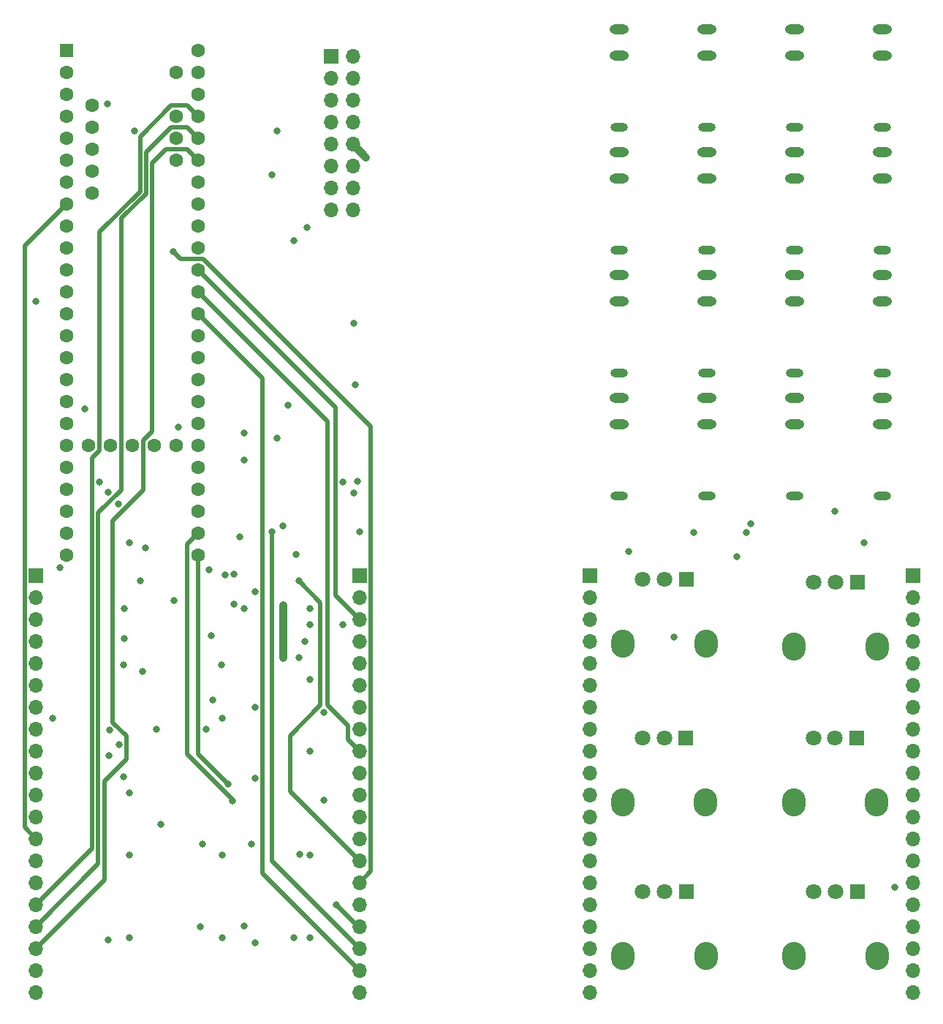
<source format=gbr>
%TF.GenerationSoftware,KiCad,Pcbnew,(5.1.6-0-10_14)*%
%TF.CreationDate,2021-03-26T18:44:24-04:00*%
%TF.ProjectId,lowstepper_hardware,6c6f7773-7465-4707-9065-725f68617264,rev?*%
%TF.SameCoordinates,Original*%
%TF.FileFunction,Copper,L2,Inr*%
%TF.FilePolarity,Positive*%
%FSLAX46Y46*%
G04 Gerber Fmt 4.6, Leading zero omitted, Abs format (unit mm)*
G04 Created by KiCad (PCBNEW (5.1.6-0-10_14)) date 2021-03-26 18:44:24*
%MOMM*%
%LPD*%
G01*
G04 APERTURE LIST*
%TA.AperFunction,ViaPad*%
%ADD10R,1.800000X1.800000*%
%TD*%
%TA.AperFunction,ViaPad*%
%ADD11C,1.800000*%
%TD*%
%TA.AperFunction,ViaPad*%
%ADD12O,2.720000X3.240000*%
%TD*%
%TA.AperFunction,ViaPad*%
%ADD13O,2.216000X1.108000*%
%TD*%
%TA.AperFunction,ViaPad*%
%ADD14O,2.016000X1.008000*%
%TD*%
%TA.AperFunction,ViaPad*%
%ADD15O,1.700000X1.700000*%
%TD*%
%TA.AperFunction,ViaPad*%
%ADD16R,1.700000X1.700000*%
%TD*%
%TA.AperFunction,ViaPad*%
%ADD17C,1.600000*%
%TD*%
%TA.AperFunction,ViaPad*%
%ADD18R,1.600000X1.600000*%
%TD*%
%TA.AperFunction,ViaPad*%
%ADD19C,0.800000*%
%TD*%
%TA.AperFunction,Conductor*%
%ADD20C,0.890000*%
%TD*%
%TA.AperFunction,Conductor*%
%ADD21C,0.500000*%
%TD*%
G04 APERTURE END LIST*
D10*
%TO.N,+3V3*%
%TO.C,RV6*%
X267843000Y-129921000D03*
D11*
%TO.N,POT_CHUNKS_B_TOP*%
X265343000Y-129921000D03*
%TO.N,GND*%
X262843000Y-129921000D03*
D12*
%TO.N,*%
X260543000Y-137421000D03*
X270143000Y-137421000D03*
%TD*%
D10*
%TO.N,+3V3*%
%TO.C,RV3*%
X248031000Y-129921000D03*
D11*
%TO.N,POT_CHUNKS_A_TOP*%
X245531000Y-129921000D03*
%TO.N,GND*%
X243031000Y-129921000D03*
D12*
%TO.N,*%
X240731000Y-137421000D03*
X250331000Y-137421000D03*
%TD*%
D10*
%TO.N,+3V3*%
%TO.C,RV2*%
X248031000Y-93789500D03*
D11*
%TO.N,POT_RATE_A_TOP*%
X245531000Y-93789500D03*
%TO.N,GND*%
X243031000Y-93789500D03*
D12*
%TO.N,*%
X240731000Y-101289500D03*
X250331000Y-101289500D03*
%TD*%
D13*
%TO.N,GND*%
%TO.C,J1*%
X270764000Y-58544000D03*
%TO.N,Net-(J1-Pad2)*%
X270764000Y-61644000D03*
D14*
%TO.N,OUT_A_TOP*%
X270764000Y-69944000D03*
%TD*%
D13*
%TO.N,GND*%
%TO.C,J2*%
X270764000Y-72768000D03*
%TO.N,Net-(J2-Pad2)*%
X270764000Y-75868000D03*
D14*
%TO.N,OUT_B_TOP*%
X270764000Y-84168000D03*
%TD*%
D13*
%TO.N,GND*%
%TO.C,J3*%
X270764000Y-30096000D03*
%TO.N,Net-(J3-Pad2)*%
X270764000Y-33196000D03*
D14*
%TO.N,EOC_A_TOP*%
X270764000Y-41496000D03*
%TD*%
D13*
%TO.N,GND*%
%TO.C,J4*%
X270764000Y-44320000D03*
%TO.N,Net-(J4-Pad2)*%
X270764000Y-47420000D03*
D14*
%TO.N,EOC_B_TOP*%
X270764000Y-55720000D03*
%TD*%
D13*
%TO.N,GND*%
%TO.C,J5*%
X250444000Y-58544000D03*
X250444000Y-61644000D03*
D14*
%TO.N,MORPH_A_TOP*%
X250444000Y-69944000D03*
%TD*%
D13*
%TO.N,GND*%
%TO.C,J6*%
X240284000Y-58544000D03*
X240284000Y-61644000D03*
D14*
%TO.N,RATE_A_TOP*%
X240284000Y-69944000D03*
%TD*%
D13*
%TO.N,GND*%
%TO.C,J7*%
X260604000Y-58544000D03*
X260604000Y-61644000D03*
D14*
%TO.N,CHUNKS_A_TOP*%
X260604000Y-69944000D03*
%TD*%
D13*
%TO.N,GND*%
%TO.C,J9*%
X250444000Y-72768000D03*
X250444000Y-75868000D03*
D14*
%TO.N,MORPH_B_TOP*%
X250444000Y-84168000D03*
%TD*%
D13*
%TO.N,GND*%
%TO.C,J10*%
X240284000Y-72768000D03*
X240284000Y-75868000D03*
D14*
%TO.N,RATE_B_TOP*%
X240284000Y-84168000D03*
%TD*%
D13*
%TO.N,GND*%
%TO.C,J11*%
X260604000Y-72768000D03*
X260604000Y-75868000D03*
D14*
%TO.N,CHUNKS_B_TOP*%
X260604000Y-84168000D03*
%TD*%
D13*
%TO.N,GND*%
%TO.C,J12*%
X250444000Y-30096000D03*
%TO.N,CLK_A_SENSE_TOP*%
X250444000Y-33196000D03*
D14*
%TO.N,CLK_A_TOP*%
X250444000Y-41496000D03*
%TD*%
D13*
%TO.N,GND*%
%TO.C,J13*%
X240284000Y-30096000D03*
%TO.N,TRIG_A_SENSE_TOP*%
X240284000Y-33196000D03*
D14*
%TO.N,TRIG_A_TOP*%
X240284000Y-41496000D03*
%TD*%
D13*
%TO.N,GND*%
%TO.C,J14*%
X260604000Y-30096000D03*
%TO.N,RST_A_SENSE_TOP*%
X260604000Y-33196000D03*
D14*
%TO.N,RST_A_TOP*%
X260604000Y-41496000D03*
%TD*%
D13*
%TO.N,GND*%
%TO.C,J15*%
X250444000Y-44320000D03*
%TO.N,CLK_B_SENSE_TOP*%
X250444000Y-47420000D03*
D14*
%TO.N,CLK_B_TOP*%
X250444000Y-55720000D03*
%TD*%
D13*
%TO.N,GND*%
%TO.C,J16*%
X240284000Y-44320000D03*
%TO.N,TRIG_B_SENSE_TOP*%
X240284000Y-47420000D03*
D14*
%TO.N,TRIG_B_TOP*%
X240284000Y-55720000D03*
%TD*%
D13*
%TO.N,GND*%
%TO.C,J17*%
X260604000Y-44320000D03*
%TO.N,RST_B_SENSE_TOP*%
X260604000Y-47420000D03*
D14*
%TO.N,RST_B_TOP*%
X260604000Y-55720000D03*
%TD*%
D15*
%TO.N,GND*%
%TO.C,J19*%
X236855000Y-141605000D03*
%TO.N,BTN_TOP*%
X236855000Y-139065000D03*
%TO.N,POT_CHUNKS_A_TOP*%
X236855000Y-136525000D03*
%TO.N,POT_MORPH_A_TOP*%
X236855000Y-133985000D03*
%TO.N,POT_RATE_A_TOP*%
X236855000Y-131445000D03*
%TO.N,LED_A_B_TOP*%
X236855000Y-128905000D03*
%TO.N,LED_A_G_TOP*%
X236855000Y-126365000D03*
%TO.N,LED_A_R_TOP*%
X236855000Y-123825000D03*
%TO.N,MORPH_B_TOP*%
X236855000Y-121285000D03*
%TO.N,MORPH_A_TOP*%
X236855000Y-118745000D03*
%TO.N,CLK_B_TOP*%
X236855000Y-116205000D03*
%TO.N,CLK_B_SENSE_TOP*%
X236855000Y-113665000D03*
%TO.N,CLK_A_TOP*%
X236855000Y-111125000D03*
%TO.N,CLK_A_SENSE_TOP*%
X236855000Y-108585000D03*
%TO.N,TRIG_A_TOP*%
X236855000Y-106045000D03*
%TO.N,TRIG_A_SENSE_TOP*%
X236855000Y-103505000D03*
%TO.N,TRIG_B_TOP*%
X236855000Y-100965000D03*
%TO.N,TRIG_B_SENSE_TOP*%
X236855000Y-98425000D03*
%TO.N,RATE_A_TOP*%
X236855000Y-95885000D03*
D16*
%TO.N,RATE_B_TOP*%
X236855000Y-93345000D03*
%TD*%
D12*
%TO.N,*%
%TO.C,RV1*%
X250291600Y-119634000D03*
X240691600Y-119634000D03*
D11*
%TO.N,GND*%
X242991600Y-112134000D03*
%TO.N,POT_MORPH_A_TOP*%
X245491600Y-112134000D03*
D10*
%TO.N,+3V3*%
X247991600Y-112134000D03*
%TD*%
%TO.N,+3V3*%
%TO.C,RV5*%
X267843000Y-94100000D03*
D11*
%TO.N,POT_RATE_B_TOP*%
X265343000Y-94100000D03*
%TO.N,GND*%
X262843000Y-94100000D03*
D12*
%TO.N,*%
X260543000Y-101600000D03*
X270143000Y-101600000D03*
%TD*%
%TO.N,*%
%TO.C,RV4*%
X270077000Y-119634000D03*
X260477000Y-119634000D03*
D11*
%TO.N,GND*%
X262777000Y-112134000D03*
%TO.N,POT_MORPH_B_TOP*%
X265277000Y-112134000D03*
D10*
%TO.N,+3V3*%
X267777000Y-112134000D03*
%TD*%
D15*
%TO.N,+3V3*%
%TO.C,J18*%
X274320000Y-141605000D03*
%TO.N,Net-(J18-Pad19)*%
X274320000Y-139065000D03*
%TO.N,POT_CHUNKS_B_TOP*%
X274320000Y-136525000D03*
%TO.N,POT_MORPH_B_TOP*%
X274320000Y-133985000D03*
%TO.N,POT_RATE_B_TOP*%
X274320000Y-131445000D03*
%TO.N,LED_B_B_TOP*%
X274320000Y-128905000D03*
%TO.N,LED_B_G_TOP*%
X274320000Y-126365000D03*
%TO.N,LED_B_R_TOP*%
X274320000Y-123825000D03*
%TO.N,CHUNKS_B_TOP*%
X274320000Y-121285000D03*
%TO.N,CHUNKS_A_TOP*%
X274320000Y-118745000D03*
%TO.N,RST_B_TOP*%
X274320000Y-116205000D03*
%TO.N,RST_B_SENSE_TOP*%
X274320000Y-113665000D03*
%TO.N,RST_A_TOP*%
X274320000Y-111125000D03*
%TO.N,RST_A_SENSE_TOP*%
X274320000Y-108585000D03*
%TO.N,Net-(J18-Pad6)*%
X274320000Y-106045000D03*
%TO.N,Net-(J18-Pad5)*%
X274320000Y-103505000D03*
%TO.N,EOC_A_TOP*%
X274320000Y-100965000D03*
%TO.N,EOC_B_TOP*%
X274320000Y-98425000D03*
%TO.N,OUT_A_TOP*%
X274320000Y-95885000D03*
D16*
%TO.N,OUT_B_TOP*%
X274320000Y-93345000D03*
%TD*%
D17*
%TO.N,N/C*%
%TO.C,U3*%
X179276000Y-49085500D03*
X179276000Y-46545500D03*
X179276000Y-44005500D03*
X179276000Y-41465500D03*
X179276000Y-38925500D03*
%TO.N,Net-(U3-Pad57)*%
X188976000Y-45275500D03*
%TO.N,Net-(U3-Pad56)*%
X188976000Y-42735500D03*
%TO.N,Net-(U3-Pad55)*%
X188976000Y-40195500D03*
%TO.N,Net-(U3-Pad54)*%
X188976000Y-35115500D03*
%TO.N,+5V*%
X191516000Y-32575500D03*
%TO.N,Net-(U3-Pad52)*%
X191516000Y-35115500D03*
%TO.N,+3V3*%
X191516000Y-37655500D03*
%TO.N,POT_RATE_B_BOTTOM*%
X191516000Y-40195500D03*
%TO.N,POT_MORPH_B_BOTTOM*%
X191516000Y-42735500D03*
%TO.N,POT_CHUNKS_B_BOTTOM*%
X191516000Y-45275500D03*
%TO.N,/RATE_CV_B*%
X191516000Y-47815500D03*
%TO.N,/MORPH_CV_B*%
X191516000Y-50355500D03*
%TO.N,/CHUNK_CV_B*%
X191516000Y-52895500D03*
%TO.N,RST_B_SENSE_BOTTOM*%
X191516000Y-55435500D03*
%TO.N,TRIG_B_SENSE_BOTTOM*%
X191516000Y-57975500D03*
%TO.N,CLK_B_SENSE_BOTTOM*%
X191516000Y-60515500D03*
%TO.N,BTN_BOTTOM*%
X191516000Y-63055500D03*
%TO.N,Net-(U3-Pad40)*%
X191516000Y-65595500D03*
%TO.N,GND*%
X191516000Y-68135500D03*
%TO.N,/DAC_OUT_B*%
X191516000Y-70675500D03*
D18*
%TO.N,GND*%
X176276000Y-32575500D03*
D17*
%TO.N,/EOC_A*%
X176276000Y-35115500D03*
%TO.N,/EOC_B*%
X176276000Y-37655500D03*
%TO.N,Net-(U3-Pad4)*%
X176276000Y-40195500D03*
%TO.N,LED_A_R_BOTTOM*%
X176276000Y-42735500D03*
%TO.N,LED_A_G_BOTTOM*%
X176276000Y-45275500D03*
%TO.N,LED_A_B_BOTTOM*%
X176276000Y-47815500D03*
%TO.N,LED_B_R_BOTTOM*%
X176276000Y-50355500D03*
%TO.N,Net-(U3-Pad9)*%
X176276000Y-52895500D03*
%TO.N,Net-(U3-Pad10)*%
X176276000Y-55435500D03*
%TO.N,LED_B_G_BOTTOM*%
X176276000Y-57975500D03*
%TO.N,LED_B_B_BOTTOM*%
X176276000Y-60515500D03*
%TO.N,Net-(U3-Pad13)*%
X176276000Y-63055500D03*
%TO.N,/DAC_OUT_A*%
X191516000Y-73215500D03*
%TO.N,Net-(U3-Pad36)*%
X191516000Y-75755500D03*
%TO.N,/CHUNK_CV_A*%
X191516000Y-78295500D03*
%TO.N,/MORPH_CV_A*%
X191516000Y-80835500D03*
%TO.N,/RATE_CV_A*%
X191516000Y-83375500D03*
%TO.N,POT_CHUNKS_A_BOTTOM*%
X191516000Y-85915500D03*
%TO.N,POT_MORPH_A_BOTTOM*%
X191516000Y-88455500D03*
%TO.N,POT_RATE_A_BOTTOM*%
X191516000Y-90995500D03*
%TO.N,Net-(U3-Pad29)*%
X188976000Y-78295500D03*
%TO.N,Net-(U3-Pad28)*%
X186436000Y-78295500D03*
%TO.N,GND*%
X183896000Y-78295500D03*
%TO.N,Net-(U3-Pad26)*%
X181356000Y-78295500D03*
%TO.N,Net-(U3-Pad25)*%
X178816000Y-78295500D03*
%TO.N,RST_A_SENSE_BOTTOM*%
X176276000Y-90995500D03*
%TO.N,TRIG_A_SENSE_BOTTOM*%
X176276000Y-88455500D03*
%TO.N,CLK_A_SENSE_BOTTOM*%
X176276000Y-85915500D03*
%TO.N,/RESET_IN_B*%
X176276000Y-83375500D03*
%TO.N,Net-(U3-Pad14)*%
X176276000Y-65595500D03*
%TO.N,Net-(U3-Pad15)*%
X176276000Y-68135500D03*
%TO.N,/CLK_IN_A*%
X176276000Y-70675500D03*
%TO.N,/TRIG_IN_B*%
X176276000Y-80835500D03*
%TO.N,/CLK_IN_B*%
X176276000Y-78295500D03*
%TO.N,/RESET_IN_A*%
X176276000Y-75755500D03*
%TO.N,/TRIG_IN_A*%
X176276000Y-73215500D03*
%TD*%
D15*
%TO.N,Net-(J8-Pad16)*%
%TO.C,J8*%
X209423000Y-51054000D03*
%TO.N,Net-(J8-Pad15)*%
X206883000Y-51054000D03*
%TO.N,Net-(J8-Pad14)*%
X209423000Y-48514000D03*
%TO.N,Net-(J8-Pad13)*%
X206883000Y-48514000D03*
%TO.N,+5V*%
X209423000Y-45974000D03*
X206883000Y-45974000D03*
%TO.N,+12V*%
X209423000Y-43434000D03*
X206883000Y-43434000D03*
%TO.N,GND*%
X209423000Y-40894000D03*
X206883000Y-40894000D03*
X209423000Y-38354000D03*
X206883000Y-38354000D03*
X209423000Y-35814000D03*
X206883000Y-35814000D03*
%TO.N,-12V*%
X209423000Y-33274000D03*
D16*
X206883000Y-33274000D03*
%TD*%
D15*
%TO.N,+3V3*%
%TO.C,J20*%
X172720000Y-141605000D03*
%TO.N,Net-(J20-Pad19)*%
X172720000Y-139065000D03*
%TO.N,POT_CHUNKS_B_BOTTOM*%
X172720000Y-136525000D03*
%TO.N,POT_MORPH_B_BOTTOM*%
X172720000Y-133985000D03*
%TO.N,POT_RATE_B_BOTTOM*%
X172720000Y-131445000D03*
%TO.N,LED_B_B_BOTTOM*%
X172720000Y-128905000D03*
%TO.N,LED_B_G_BOTTOM*%
X172720000Y-126365000D03*
%TO.N,LED_B_R_BOTTOM*%
X172720000Y-123825000D03*
%TO.N,CHUNKS_B_BOTTOM*%
X172720000Y-121285000D03*
%TO.N,CHUNKS_A_BOTTOM*%
X172720000Y-118745000D03*
%TO.N,RST_B_BOTTOM*%
X172720000Y-116205000D03*
%TO.N,RST_B_SENSE_BOTTOM*%
X172720000Y-113665000D03*
%TO.N,RST_A_BOTTOM*%
X172720000Y-111125000D03*
%TO.N,RST_A_SENSE_BOTTOM*%
X172720000Y-108585000D03*
%TO.N,Net-(J20-Pad6)*%
X172720000Y-106045000D03*
%TO.N,Net-(J20-Pad5)*%
X172720000Y-103505000D03*
%TO.N,EOC_A_BOTTOM*%
X172720000Y-100965000D03*
%TO.N,EOC_B_BOTTOM*%
X172720000Y-98425000D03*
%TO.N,OUT_A_BOTTOM*%
X172720000Y-95885000D03*
D16*
%TO.N,OUT_B_BOTTOM*%
X172720000Y-93345000D03*
%TD*%
D15*
%TO.N,GND*%
%TO.C,J21*%
X210185000Y-141605000D03*
%TO.N,BTN_BOTTOM*%
X210185000Y-139065000D03*
%TO.N,POT_CHUNKS_A_BOTTOM*%
X210185000Y-136525000D03*
%TO.N,POT_MORPH_A_BOTTOM*%
X210185000Y-133985000D03*
%TO.N,POT_RATE_A_BOTTOM*%
X210185000Y-131445000D03*
%TO.N,LED_A_B_BOTTOM*%
X210185000Y-128905000D03*
%TO.N,LED_A_G_BOTTOM*%
X210185000Y-126365000D03*
%TO.N,LED_A_R_BOTTOM*%
X210185000Y-123825000D03*
%TO.N,MORPH_B_BOTTOM*%
X210185000Y-121285000D03*
%TO.N,MORPH_A_BOTTOM*%
X210185000Y-118745000D03*
%TO.N,CLK_B_BOTTOM*%
X210185000Y-116205000D03*
%TO.N,CLK_B_SENSE_BOTTOM*%
X210185000Y-113665000D03*
%TO.N,CLK_A_BOTTOM*%
X210185000Y-111125000D03*
%TO.N,CLK_A_SENSE_BOTTOM*%
X210185000Y-108585000D03*
%TO.N,TRIG_A_BOTTOM*%
X210185000Y-106045000D03*
%TO.N,TRIG_A_SENSE_BOTTOM*%
X210185000Y-103505000D03*
%TO.N,TRIG_B_BOTTOM*%
X210185000Y-100965000D03*
%TO.N,TRIG_B_SENSE_BOTTOM*%
X210185000Y-98425000D03*
%TO.N,RATE_A_BOTTOM*%
X210185000Y-95885000D03*
D16*
%TO.N,RATE_B_BOTTOM*%
X210185000Y-93345000D03*
%TD*%
D19*
%TO.N,GND*%
X203263500Y-125666500D03*
X201295000Y-102870000D03*
X209931000Y-82486500D03*
X201295000Y-96774000D03*
X193040000Y-100330000D03*
X202819000Y-90932000D03*
X187198000Y-122174000D03*
X192024000Y-124460000D03*
X181102000Y-135509000D03*
X191770000Y-133985000D03*
X202565000Y-135255000D03*
X192405000Y-111125000D03*
X194310000Y-109855000D03*
X248920041Y-88415999D03*
X241363500Y-90614500D03*
%TO.N,+3V3*%
X204470000Y-135255000D03*
X194310000Y-135255000D03*
X183515000Y-135255000D03*
X183515000Y-125730000D03*
X194310000Y-125730000D03*
X204470000Y-125730000D03*
X193206116Y-107735000D03*
X196850000Y-97155000D03*
X209550000Y-83820000D03*
%TO.N,/EOC_A*%
X184150000Y-41910000D03*
X180975000Y-38735000D03*
X201295000Y-87630000D03*
X189230000Y-76200000D03*
%TO.N,/EOC_B*%
X209550000Y-64135000D03*
%TO.N,+5V*%
X200660000Y-41910000D03*
X200025000Y-46990000D03*
X209677000Y-71247000D03*
%TO.N,/RATE_CV_B*%
X195656367Y-93215191D03*
X195677459Y-96676541D03*
X188722000Y-96266000D03*
%TO.N,/MORPH_CV_B*%
X194657041Y-93251959D03*
%TO.N,/CHUNK_CV_B*%
X198120000Y-95250000D03*
%TO.N,/CHUNK_CV_A*%
X181229000Y-111252000D03*
X181208065Y-114193935D03*
%TO.N,/RATE_CV_A*%
X181102000Y-83693000D03*
%TO.N,/TRIG_IN_B*%
X175475000Y-92475999D03*
%TO.N,/CLK_IN_B*%
X174625000Y-109855000D03*
%TO.N,/RESET_IN_A*%
X180086000Y-82550000D03*
%TO.N,/TRIG_IN_A*%
X178376001Y-74041000D03*
%TO.N,/AREF_-10V*%
X204470000Y-97155000D03*
X202565000Y-54610000D03*
%TO.N,-12V*%
X208280000Y-82550000D03*
X204089000Y-53086000D03*
%TO.N,+12V*%
X201930000Y-73660000D03*
%TO.N,/Morph_CV_A_cct/AREF_-10V*%
X185086688Y-104511228D03*
%TO.N,/Rate_CV_A_cct/AREF_-10V*%
X182346647Y-112928353D03*
%TO.N,/Chunks_CV_A_cct/AREF_-10V*%
X204470000Y-113665000D03*
%TO.N,/Morph_CV_B_cct/AREF_-10V*%
X204470000Y-105410000D03*
%TO.N,/Rate_CV_B_cct/AREF_-10V*%
X182968000Y-97155000D03*
%TO.N,/Chunks_CV_B_cct/AREF_-10V*%
X204470000Y-99060000D03*
%TO.N,POT_RATE_A_TOP*%
X246623693Y-100472093D03*
%TO.N,LED_A_B_TOP*%
X255016000Y-88392000D03*
%TO.N,LED_A_R_TOP*%
X253873000Y-91186000D03*
%TO.N,LED_B_G_BOTTOM*%
X172720000Y-61595000D03*
%TO.N,CHUNKS_A_BOTTOM*%
X182880000Y-116648020D03*
%TO.N,RST_B_BOTTOM*%
X198120000Y-135890000D03*
%TO.N,RST_A_BOTTOM*%
X197700000Y-124460000D03*
%TO.N,EOC_A_BOTTOM*%
X203200000Y-102870000D03*
%TO.N,EOC_B_BOTTOM*%
X210185000Y-88265000D03*
%TO.N,OUT_A_BOTTOM*%
X200660000Y-77470000D03*
X196357042Y-88900000D03*
X192825000Y-92710000D03*
%TO.N,OUT_B_BOTTOM*%
X184785000Y-93980000D03*
X196850000Y-80010000D03*
X196850000Y-76835000D03*
%TO.N,POT_RATE_B_TOP*%
X272169999Y-129413000D03*
%TO.N,RST_A_TOP*%
X268605000Y-89535000D03*
X265249015Y-85905986D03*
%TO.N,CHUNKS_B_BOTTOM*%
X183515000Y-118530000D03*
X198120000Y-116840000D03*
X206100465Y-109188688D03*
X203835000Y-100965000D03*
%TO.N,RST_B_SENSE_BOTTOM*%
X182274541Y-85119541D03*
%TO.N,MORPH_A_BOTTOM*%
X186690000Y-111125000D03*
%TO.N,RATE_A_BOTTOM*%
X182880000Y-103720000D03*
%TO.N,CLK_A_SENSE_BOTTOM*%
X198120000Y-108585000D03*
X185420000Y-90170000D03*
%TO.N,POT_CHUNKS_A_BOTTOM*%
X200025000Y-88265000D03*
%TO.N,POT_MORPH_A_BOTTOM*%
X195505005Y-119454995D03*
X207495010Y-131445000D03*
%TO.N,POT_RATE_A_BOTTOM*%
X194945000Y-117498020D03*
%TO.N,LED_A_B_BOTTOM*%
X188595000Y-55880000D03*
%TO.N,LED_A_G_BOTTOM*%
X203200000Y-93980000D03*
%TO.N,MORPH_B_BOTTOM*%
X206094990Y-119380000D03*
%TO.N,TRIG_A_SENSE_BOTTOM*%
X183515000Y-89535000D03*
X183001488Y-100671030D03*
%TO.N,TRIG_B_BOTTOM*%
X196850000Y-133973002D03*
%TO.N,RATE_B_BOTTOM*%
X208280000Y-99060000D03*
X194220209Y-103720000D03*
%TO.N,BTN_TOP*%
X255524000Y-87376000D03*
%TD*%
D20*
%TO.N,GND*%
X201295000Y-102870000D02*
X201295000Y-96774000D01*
%TO.N,+12V*%
X209423000Y-43434000D02*
X210918001Y-44929001D01*
D21*
%TO.N,POT_CHUNKS_B_BOTTOM*%
X191516000Y-45275500D02*
X190265999Y-44025499D01*
X183196648Y-114618352D02*
X180636019Y-117178981D01*
X190265999Y-44025499D02*
X187749501Y-44025499D01*
X186185020Y-76696478D02*
X185185999Y-77695499D01*
X180636019Y-117178981D02*
X180636019Y-128608981D01*
X187749501Y-44025499D02*
X186185020Y-45589980D01*
X186185020Y-45589980D02*
X186185020Y-76696478D01*
X185185999Y-77695499D02*
X185185999Y-83466085D01*
X181637001Y-87015083D02*
X181637001Y-110401999D01*
X181637001Y-110401999D02*
X183196648Y-111961646D01*
X185185999Y-83466085D02*
X181637001Y-87015083D01*
X183196648Y-111961646D02*
X183196648Y-114618352D01*
X180636019Y-128608981D02*
X172720000Y-136525000D01*
%TO.N,POT_MORPH_B_BOTTOM*%
X185485010Y-49184953D02*
X182739982Y-51929982D01*
X172720000Y-133985000D02*
X179936009Y-126768991D01*
X179936009Y-126768991D02*
X179936009Y-86116993D01*
X182606001Y-52063963D02*
X182739982Y-51929982D01*
X179936009Y-86116993D02*
X182606001Y-83447001D01*
X182606001Y-83447001D02*
X182606001Y-52063963D01*
X185485010Y-48895000D02*
X185485010Y-49184953D01*
X185485010Y-44376488D02*
X185485010Y-48895000D01*
X191516000Y-42735500D02*
X190265999Y-41485499D01*
X188375999Y-41485499D02*
X185485010Y-44376488D01*
X190265999Y-41485499D02*
X188375999Y-41485499D01*
%TO.N,POT_RATE_B_BOTTOM*%
X179235999Y-124929001D02*
X179235999Y-79765501D01*
X180105999Y-78895501D02*
X180105999Y-53574001D01*
X172720000Y-131445000D02*
X179235999Y-124929001D01*
X180105999Y-53574001D02*
X184785000Y-48895000D01*
X179235999Y-79765501D02*
X180105999Y-78895501D01*
X184785000Y-48895000D02*
X184785000Y-42536498D01*
X184785000Y-42536498D02*
X188375999Y-38945499D01*
X188375999Y-38945499D02*
X190265999Y-38945499D01*
X190265999Y-38945499D02*
X191516000Y-40195500D01*
%TO.N,LED_B_R_BOTTOM*%
X176276000Y-50355500D02*
X171419999Y-55211501D01*
X171419999Y-55211501D02*
X171419999Y-122524999D01*
X171419999Y-122524999D02*
X172720000Y-123825000D01*
%TO.N,POT_CHUNKS_A_BOTTOM*%
X210185000Y-136525000D02*
X200025000Y-126365000D01*
X200025000Y-126365000D02*
X200025000Y-88265000D01*
%TO.N,POT_MORPH_A_BOTTOM*%
X190265999Y-114065999D02*
X195505005Y-119305005D01*
X195505005Y-119305005D02*
X195505005Y-119454995D01*
X191516000Y-88455500D02*
X190265999Y-89705501D01*
X190265999Y-89705501D02*
X190265999Y-114065999D01*
X210185000Y-133985000D02*
X210035010Y-133985000D01*
X210035010Y-133985000D02*
X207495010Y-131445000D01*
%TO.N,POT_RATE_A_BOTTOM*%
X191516000Y-90995500D02*
X191516000Y-114069020D01*
X191516000Y-114069020D02*
X194945000Y-117498020D01*
%TO.N,LED_A_B_BOTTOM*%
X190075499Y-56725499D02*
X189440499Y-56725499D01*
X189440499Y-56725499D02*
X188595000Y-55880000D01*
X210185000Y-128905000D02*
X211485001Y-127604999D01*
X192116001Y-56725499D02*
X190075499Y-56725499D01*
X211485001Y-127604999D02*
X211485001Y-76094499D01*
X211485001Y-76094499D02*
X192116001Y-56725499D01*
%TO.N,LED_A_G_BOTTOM*%
X203200000Y-93980000D02*
X205692464Y-96472464D01*
X205692464Y-96472464D02*
X205692464Y-108338687D01*
X205692464Y-108338687D02*
X202145001Y-111886150D01*
X202145001Y-118325001D02*
X210185000Y-126365000D01*
X202145001Y-111886150D02*
X202145001Y-118325001D01*
%TO.N,CLK_B_SENSE_BOTTOM*%
X191516000Y-60515500D02*
X206508466Y-75507966D01*
X206508466Y-75507966D02*
X206508466Y-108338687D01*
X208884999Y-112364999D02*
X210185000Y-113665000D01*
X206508466Y-108338687D02*
X208884999Y-110715220D01*
X208884999Y-110715220D02*
X208884999Y-112364999D01*
%TO.N,TRIG_B_SENSE_BOTTOM*%
X191516000Y-57975500D02*
X207429999Y-73889499D01*
X207429999Y-95669999D02*
X210185000Y-98425000D01*
X207429999Y-73889499D02*
X207429999Y-95669999D01*
%TO.N,BTN_BOTTOM*%
X191516000Y-63055500D02*
X198970001Y-70509501D01*
X198970001Y-70509501D02*
X198970001Y-127850001D01*
X198970001Y-127850001D02*
X210185000Y-139065000D01*
%TD*%
M02*

</source>
